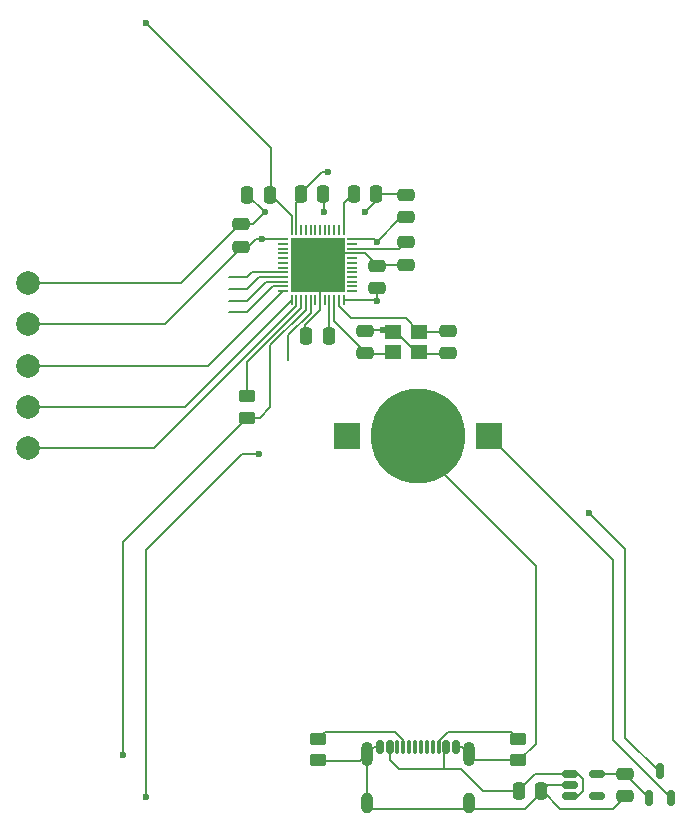
<source format=gbr>
%TF.GenerationSoftware,KiCad,Pcbnew,8.0.5-8.0.5-0~ubuntu24.04.1*%
%TF.CreationDate,2024-10-01T20:34:02+05:00*%
%TF.ProjectId,solartap_mcu_clear_60x60_g400,736f6c61-7274-4617-905f-6d63755f636c,rev?*%
%TF.SameCoordinates,Original*%
%TF.FileFunction,Copper,L1,Top*%
%TF.FilePolarity,Positive*%
%FSLAX46Y46*%
G04 Gerber Fmt 4.6, Leading zero omitted, Abs format (unit mm)*
G04 Created by KiCad (PCBNEW 8.0.5-8.0.5-0~ubuntu24.04.1) date 2024-10-01 20:34:02*
%MOMM*%
%LPD*%
G01*
G04 APERTURE LIST*
G04 Aperture macros list*
%AMRoundRect*
0 Rectangle with rounded corners*
0 $1 Rounding radius*
0 $2 $3 $4 $5 $6 $7 $8 $9 X,Y pos of 4 corners*
0 Add a 4 corners polygon primitive as box body*
4,1,4,$2,$3,$4,$5,$6,$7,$8,$9,$2,$3,0*
0 Add four circle primitives for the rounded corners*
1,1,$1+$1,$2,$3*
1,1,$1+$1,$4,$5*
1,1,$1+$1,$6,$7*
1,1,$1+$1,$8,$9*
0 Add four rect primitives between the rounded corners*
20,1,$1+$1,$2,$3,$4,$5,0*
20,1,$1+$1,$4,$5,$6,$7,0*
20,1,$1+$1,$6,$7,$8,$9,0*
20,1,$1+$1,$8,$9,$2,$3,0*%
G04 Aperture macros list end*
%TA.AperFunction,SMDPad,CuDef*%
%ADD10RoundRect,0.150000X-0.150000X-0.425000X0.150000X-0.425000X0.150000X0.425000X-0.150000X0.425000X0*%
%TD*%
%TA.AperFunction,SMDPad,CuDef*%
%ADD11RoundRect,0.075000X-0.075000X-0.500000X0.075000X-0.500000X0.075000X0.500000X-0.075000X0.500000X0*%
%TD*%
%TA.AperFunction,ComponentPad*%
%ADD12O,1.000000X2.100000*%
%TD*%
%TA.AperFunction,ComponentPad*%
%ADD13O,1.000000X1.800000*%
%TD*%
%TA.AperFunction,SMDPad,CuDef*%
%ADD14C,2.000000*%
%TD*%
%TA.AperFunction,SMDPad,CuDef*%
%ADD15RoundRect,0.250000X0.475000X-0.250000X0.475000X0.250000X-0.475000X0.250000X-0.475000X-0.250000X0*%
%TD*%
%TA.AperFunction,SMDPad,CuDef*%
%ADD16RoundRect,0.250000X-0.250000X-0.475000X0.250000X-0.475000X0.250000X0.475000X-0.250000X0.475000X0*%
%TD*%
%TA.AperFunction,SMDPad,CuDef*%
%ADD17R,2.200000X2.200000*%
%TD*%
%TA.AperFunction,SMDPad,CuDef*%
%ADD18C,8.000000*%
%TD*%
%TA.AperFunction,SMDPad,CuDef*%
%ADD19RoundRect,0.250000X-0.450000X0.262500X-0.450000X-0.262500X0.450000X-0.262500X0.450000X0.262500X0*%
%TD*%
%TA.AperFunction,SMDPad,CuDef*%
%ADD20RoundRect,0.250000X0.250000X0.475000X-0.250000X0.475000X-0.250000X-0.475000X0.250000X-0.475000X0*%
%TD*%
%TA.AperFunction,SMDPad,CuDef*%
%ADD21RoundRect,0.250000X-0.475000X0.250000X-0.475000X-0.250000X0.475000X-0.250000X0.475000X0.250000X0*%
%TD*%
%TA.AperFunction,SMDPad,CuDef*%
%ADD22RoundRect,0.050000X-0.050000X0.350000X-0.050000X-0.350000X0.050000X-0.350000X0.050000X0.350000X0*%
%TD*%
%TA.AperFunction,SMDPad,CuDef*%
%ADD23RoundRect,0.050000X-0.350000X0.050000X-0.350000X-0.050000X0.350000X-0.050000X0.350000X0.050000X0*%
%TD*%
%TA.AperFunction,HeatsinkPad*%
%ADD24R,4.600000X4.600000*%
%TD*%
%TA.AperFunction,SMDPad,CuDef*%
%ADD25R,1.400000X1.200000*%
%TD*%
%TA.AperFunction,SMDPad,CuDef*%
%ADD26RoundRect,0.250000X0.450000X-0.262500X0.450000X0.262500X-0.450000X0.262500X-0.450000X-0.262500X0*%
%TD*%
%TA.AperFunction,SMDPad,CuDef*%
%ADD27RoundRect,0.150000X-0.512500X-0.150000X0.512500X-0.150000X0.512500X0.150000X-0.512500X0.150000X0*%
%TD*%
%TA.AperFunction,SMDPad,CuDef*%
%ADD28RoundRect,0.150000X0.150000X-0.512500X0.150000X0.512500X-0.150000X0.512500X-0.150000X-0.512500X0*%
%TD*%
%TA.AperFunction,ViaPad*%
%ADD29C,0.600000*%
%TD*%
%TA.AperFunction,Conductor*%
%ADD30C,0.200000*%
%TD*%
G04 APERTURE END LIST*
D10*
%TO.P,J1,A1,GND*%
%TO.N,GND*%
X91800000Y-103820000D03*
%TO.P,J1,A4,VBUS*%
%TO.N,Net-(U2-EN)*%
X92600000Y-103820000D03*
D11*
%TO.P,J1,A5,CC1*%
%TO.N,Net-(J1-CC1)*%
X93750000Y-103820000D03*
%TO.P,J1,A6,D+*%
%TO.N,unconnected-(J1-D+-PadA6)*%
X94750000Y-103820000D03*
%TO.P,J1,A7,D-*%
%TO.N,unconnected-(J1-D--PadA7)*%
X95250000Y-103820000D03*
%TO.P,J1,A8,SBU1*%
%TO.N,unconnected-(J1-SBU1-PadA8)*%
X96250000Y-103820000D03*
D10*
%TO.P,J1,A9,VBUS*%
%TO.N,Net-(U2-EN)*%
X97400000Y-103820000D03*
%TO.P,J1,A12,GND*%
%TO.N,GND*%
X98200000Y-103820000D03*
%TO.P,J1,B1,GND*%
X98200000Y-103820000D03*
%TO.P,J1,B4,VBUS*%
%TO.N,Net-(U2-EN)*%
X97400000Y-103820000D03*
D11*
%TO.P,J1,B5,CC2*%
%TO.N,Net-(J1-CC2)*%
X96750000Y-103820000D03*
%TO.P,J1,B6,D+*%
%TO.N,unconnected-(J1-D+-PadB6)*%
X95750000Y-103820000D03*
%TO.P,J1,B7,D-*%
%TO.N,unconnected-(J1-D--PadB7)*%
X94250000Y-103820000D03*
%TO.P,J1,B8,SBU2*%
%TO.N,unconnected-(J1-SBU2-PadB8)*%
X93250000Y-103820000D03*
D10*
%TO.P,J1,B9,VBUS*%
%TO.N,Net-(U2-EN)*%
X92600000Y-103820000D03*
%TO.P,J1,B12,GND*%
%TO.N,GND*%
X91800000Y-103820000D03*
D12*
%TO.P,J1,S1,SHIELD*%
X90680000Y-104395000D03*
D13*
X90680000Y-108575000D03*
D12*
X99320000Y-104395000D03*
D13*
X99320000Y-108575000D03*
%TD*%
D14*
%TO.P,TP1,1,1*%
%TO.N,Net-(U1-SWDIO)*%
X62000000Y-78500000D03*
%TD*%
D15*
%TO.P,C5,1*%
%TO.N,+3.3V*%
X80000000Y-61450000D03*
%TO.P,C5,2*%
%TO.N,GND*%
X80000000Y-59550000D03*
%TD*%
%TO.P,C4,1*%
%TO.N,+3.3V*%
X94000000Y-58950000D03*
%TO.P,C4,2*%
%TO.N,GND*%
X94000000Y-57050000D03*
%TD*%
%TO.P,C3,1*%
%TO.N,+3.3V*%
X91500000Y-64950000D03*
%TO.P,C3,2*%
%TO.N,GND*%
X91500000Y-63050000D03*
%TD*%
D14*
%TO.P,TP2,1,1*%
%TO.N,Net-(U1-SWDCLK)*%
X62000000Y-75000000D03*
%TD*%
D16*
%TO.P,C12,1*%
%TO.N,Net-(U2-EN)*%
X103550000Y-107500000D03*
%TO.P,C12,2*%
%TO.N,GND*%
X105450000Y-107500000D03*
%TD*%
D14*
%TO.P,TP3,1,1*%
%TO.N,Net-(U1-P0.21{slash}~{RESET})*%
X62000000Y-71500000D03*
%TD*%
D17*
%TO.P,BT1,1,+*%
%TO.N,Net-(BT1-+)*%
X89000000Y-77500000D03*
X101000000Y-77500000D03*
D18*
%TO.P,BT1,2,-*%
%TO.N,GND*%
X95000000Y-77500000D03*
%TD*%
D19*
%TO.P,R1,1*%
%TO.N,Net-(U1-P0.22)*%
X80500000Y-74087500D03*
%TO.P,R1,2*%
%TO.N,Net-(D1-K)*%
X80500000Y-75912500D03*
%TD*%
D20*
%TO.P,C10,1*%
%TO.N,Net-(U1-NFC1{slash}P0.09)*%
X82450000Y-57030000D03*
%TO.P,C10,2*%
%TO.N,GND*%
X80550000Y-57030000D03*
%TD*%
D16*
%TO.P,C8,1*%
%TO.N,Net-(U1-DEC1)*%
X89550000Y-57000000D03*
%TO.P,C8,2*%
%TO.N,GND*%
X91450000Y-57000000D03*
%TD*%
D21*
%TO.P,C11,1*%
%TO.N,Net-(U2-OUT)*%
X112500000Y-106050000D03*
%TO.P,C11,2*%
%TO.N,GND*%
X112500000Y-107950000D03*
%TD*%
D22*
%TO.P,U1,1,DEC1*%
%TO.N,Net-(U1-DEC1)*%
X88700000Y-60050000D03*
%TO.P,U1,2,P0.00/XL1*%
%TO.N,unconnected-(U1-P0.00{slash}XL1-Pad2)*%
X88300000Y-60050000D03*
%TO.P,U1,3,P0.01/XL2*%
%TO.N,unconnected-(U1-P0.01{slash}XL2-Pad3)*%
X87900000Y-60050000D03*
%TO.P,U1,4,P0.02/AIN0*%
%TO.N,unconnected-(U1-P0.02{slash}AIN0-Pad4)*%
X87500000Y-60050000D03*
%TO.P,U1,5,P0.03/AIN1*%
%TO.N,unconnected-(U1-P0.03{slash}AIN1-Pad5)*%
X87100000Y-60050000D03*
%TO.P,U1,6,P0.04/AIN2*%
%TO.N,unconnected-(U1-P0.04{slash}AIN2-Pad6)*%
X86700000Y-60050000D03*
%TO.P,U1,7,P0.05/AIN3*%
%TO.N,unconnected-(U1-P0.05{slash}AIN3-Pad7)*%
X86300000Y-60050000D03*
%TO.P,U1,8,P0.06*%
%TO.N,unconnected-(U1-P0.06-Pad8)*%
X85900000Y-60050000D03*
%TO.P,U1,9,P0.07*%
%TO.N,unconnected-(U1-P0.07-Pad9)*%
X85500000Y-60050000D03*
%TO.P,U1,10,P0.08*%
%TO.N,unconnected-(U1-P0.08-Pad10)*%
X85100000Y-60050000D03*
%TO.P,U1,11,NFC1/P0.09*%
%TO.N,Net-(U1-NFC1{slash}P0.09)*%
X84700000Y-60050000D03*
%TO.P,U1,12,NFC2/P0.10*%
X84300000Y-60050000D03*
D23*
%TO.P,U1,13,VDD*%
%TO.N,+3.3V*%
X83550000Y-60800000D03*
%TO.P,U1,14,P0.11*%
%TO.N,unconnected-(U1-P0.11-Pad14)*%
X83550000Y-61200000D03*
%TO.P,U1,15,P0.12*%
%TO.N,unconnected-(U1-P0.12-Pad15)*%
X83550000Y-61600000D03*
%TO.P,U1,16,P0.13*%
%TO.N,unconnected-(U1-P0.13-Pad16)*%
X83550000Y-62000000D03*
%TO.P,U1,17,P0.14*%
%TO.N,unconnected-(U1-P0.14-Pad17)*%
X83550000Y-62400000D03*
%TO.P,U1,18,P0.15*%
%TO.N,unconnected-(U1-P0.15-Pad18)*%
X83550000Y-62800000D03*
%TO.P,U1,19,P0.16*%
%TO.N,unconnected-(U1-P0.16-Pad19)*%
X83550000Y-63200000D03*
%TO.P,U1,20,P0.17*%
%TO.N,unconnected-(U1-P0.17-Pad20)*%
X83550000Y-63600000D03*
%TO.P,U1,21,P0.18/SWO*%
%TO.N,unconnected-(U1-P0.18{slash}SWO-Pad21)*%
X83550000Y-64000000D03*
%TO.P,U1,22,P0.19*%
%TO.N,unconnected-(U1-P0.19-Pad22)*%
X83550000Y-64400000D03*
%TO.P,U1,23,P0.20*%
%TO.N,unconnected-(U1-P0.20-Pad23)*%
X83550000Y-64800000D03*
%TO.P,U1,24,P0.21/~{RESET}*%
%TO.N,Net-(U1-P0.21{slash}~{RESET})*%
X83550000Y-65200000D03*
D22*
%TO.P,U1,25,SWDCLK*%
%TO.N,Net-(U1-SWDCLK)*%
X84300000Y-65950000D03*
%TO.P,U1,26,SWDIO*%
%TO.N,Net-(U1-SWDIO)*%
X84700000Y-65950000D03*
%TO.P,U1,27,P0.22*%
%TO.N,Net-(U1-P0.22)*%
X85100000Y-65950000D03*
%TO.P,U1,28,P0.23*%
%TO.N,Net-(D1-K)*%
X85500000Y-65950000D03*
%TO.P,U1,29,P0.24*%
%TO.N,unconnected-(U1-P0.24-Pad29)*%
X85900000Y-65950000D03*
%TO.P,U1,30,ANT*%
%TO.N,unconnected-(U1-ANT-Pad30)*%
X86300000Y-65950000D03*
%TO.P,U1,31,VSS*%
%TO.N,GND*%
X86700000Y-65950000D03*
%TO.P,U1,32,DEC2*%
%TO.N,unconnected-(U1-DEC2-Pad32)*%
X87100000Y-65950000D03*
%TO.P,U1,33,DEC3*%
%TO.N,Net-(U1-DEC3)*%
X87500000Y-65950000D03*
%TO.P,U1,34,XC1*%
%TO.N,Net-(U1-XC1)*%
X87900000Y-65950000D03*
%TO.P,U1,35,XC2*%
%TO.N,Net-(U1-XC2)*%
X88300000Y-65950000D03*
%TO.P,U1,36,VDD*%
%TO.N,+3.3V*%
X88700000Y-65950000D03*
D23*
%TO.P,U1,37,P0.25*%
%TO.N,unconnected-(U1-P0.25-Pad37)*%
X89450000Y-65200000D03*
%TO.P,U1,38,P0.26*%
%TO.N,unconnected-(U1-P0.26-Pad38)*%
X89450000Y-64800000D03*
%TO.P,U1,39,P0.27*%
%TO.N,unconnected-(U1-P0.27-Pad39)*%
X89450000Y-64400000D03*
%TO.P,U1,40,P0.28/AIN4*%
%TO.N,unconnected-(U1-P0.28{slash}AIN4-Pad40)*%
X89450000Y-64000000D03*
%TO.P,U1,41,P0.29/AIN5*%
%TO.N,unconnected-(U1-P0.29{slash}AIN5-Pad41)*%
X89450000Y-63600000D03*
%TO.P,U1,42,P0.30/AIN6*%
%TO.N,unconnected-(U1-P0.30{slash}AIN6-Pad42)*%
X89450000Y-63200000D03*
%TO.P,U1,43,P0.31/AIN7*%
%TO.N,unconnected-(U1-P0.31{slash}AIN7-Pad43)*%
X89450000Y-62800000D03*
%TO.P,U1,44,NC*%
%TO.N,unconnected-(U1-NC-Pad44)*%
X89450000Y-62400000D03*
%TO.P,U1,45,VSS*%
%TO.N,GND*%
X89450000Y-62000000D03*
%TO.P,U1,46,DEC4*%
%TO.N,Net-(U1-DEC4)*%
X89450000Y-61600000D03*
%TO.P,U1,47,DCC*%
%TO.N,unconnected-(U1-DCC-Pad47)*%
X89450000Y-61200000D03*
%TO.P,U1,48,VDD*%
%TO.N,+3.3V*%
X89450000Y-60800000D03*
D24*
%TO.P,U1,49,VSS*%
%TO.N,GND*%
X86500000Y-63000000D03*
%TD*%
D14*
%TO.P,TP4,1,1*%
%TO.N,GND*%
X62000000Y-64500000D03*
%TD*%
D21*
%TO.P,C6,1*%
%TO.N,Net-(U1-DEC4)*%
X94000000Y-61050000D03*
%TO.P,C6,2*%
%TO.N,GND*%
X94000000Y-62950000D03*
%TD*%
%TO.P,C2,1*%
%TO.N,Net-(U1-XC2)*%
X97500000Y-68550000D03*
%TO.P,C2,2*%
%TO.N,GND*%
X97500000Y-70450000D03*
%TD*%
D20*
%TO.P,C7,1*%
%TO.N,Net-(U1-DEC3)*%
X87450000Y-69000000D03*
%TO.P,C7,2*%
%TO.N,GND*%
X85550000Y-69000000D03*
%TD*%
D14*
%TO.P,TP5,1,1*%
%TO.N,+3.3V*%
X62000000Y-68000000D03*
%TD*%
D25*
%TO.P,Y1,1,1*%
%TO.N,Net-(U1-XC1)*%
X92900000Y-70350000D03*
%TO.P,Y1,2,2*%
%TO.N,GND*%
X95100000Y-70350000D03*
%TO.P,Y1,3,3*%
%TO.N,Net-(U1-XC2)*%
X95100000Y-68650000D03*
%TO.P,Y1,4,4*%
%TO.N,GND*%
X92900000Y-68650000D03*
%TD*%
D26*
%TO.P,R2,1*%
%TO.N,GND*%
X86500000Y-104912500D03*
%TO.P,R2,2*%
%TO.N,Net-(J1-CC1)*%
X86500000Y-103087500D03*
%TD*%
D20*
%TO.P,C9,1*%
%TO.N,GND*%
X86950000Y-57000000D03*
%TO.P,C9,2*%
%TO.N,Net-(U1-NFC1{slash}P0.09)*%
X85050000Y-57000000D03*
%TD*%
D27*
%TO.P,U2,1,IN*%
%TO.N,Net-(U2-EN)*%
X107862500Y-106050000D03*
%TO.P,U2,2,GND*%
%TO.N,GND*%
X107862500Y-107000000D03*
%TO.P,U2,3,EN*%
%TO.N,Net-(U2-EN)*%
X107862500Y-107950000D03*
%TO.P,U2,4,NC*%
%TO.N,unconnected-(U2-NC-Pad4)*%
X110137500Y-107950000D03*
%TO.P,U2,5,OUT*%
%TO.N,Net-(U2-OUT)*%
X110137500Y-106050000D03*
%TD*%
D28*
%TO.P,D2,1,K*%
%TO.N,Net-(U2-OUT)*%
X114550000Y-108137500D03*
%TO.P,D2,2,K*%
%TO.N,Net-(BT1-+)*%
X116450000Y-108137500D03*
%TO.P,D2,3,A*%
%TO.N,+3.3V*%
X115500000Y-105862500D03*
%TD*%
D19*
%TO.P,R3,1*%
%TO.N,Net-(J1-CC2)*%
X103500000Y-103087500D03*
%TO.P,R3,2*%
%TO.N,GND*%
X103500000Y-104912500D03*
%TD*%
D15*
%TO.P,C1,1*%
%TO.N,Net-(U1-XC1)*%
X90500000Y-70450000D03*
%TO.P,C1,2*%
%TO.N,GND*%
X90500000Y-68550000D03*
%TD*%
D29*
%TO.N,+3.3V*%
X81800000Y-60800000D03*
X81500000Y-79000000D03*
X91500000Y-66000000D03*
X91500000Y-61000000D03*
X109500000Y-84000000D03*
%TO.N,GND*%
X88000000Y-61500000D03*
X93500000Y-74500000D03*
X88000000Y-64500000D03*
X87000000Y-58500000D03*
X90500000Y-58500000D03*
X92000000Y-68500000D03*
X85000000Y-61500000D03*
X82000000Y-58500000D03*
%TO.N,Net-(U1-NFC1{slash}P0.09)*%
X87400000Y-55100000D03*
X72000000Y-42500000D03*
%TO.N,Net-(D1-K)*%
X70000000Y-104500000D03*
%TO.N,+3.3V*%
X72000000Y-108000000D03*
%TD*%
D30*
%TO.N,GND*%
X90680000Y-109075000D02*
X100750000Y-109075000D01*
X100750000Y-109075000D02*
X100825000Y-109000000D01*
X100825000Y-109000000D02*
X104037500Y-109000000D01*
X104037500Y-109000000D02*
X105537500Y-107500000D01*
X99320000Y-104395000D02*
X99837500Y-104912500D01*
X99837500Y-104912500D02*
X103587500Y-104912500D01*
X103587500Y-104912500D02*
X105000000Y-103500000D01*
X105000000Y-103500000D02*
X105000000Y-88500000D01*
X105000000Y-88500000D02*
X95000000Y-78500000D01*
%TO.N,Net-(U2-EN)*%
X107862500Y-106050000D02*
X104912500Y-106050000D01*
X104912500Y-106050000D02*
X103462500Y-107500000D01*
X103462500Y-107500000D02*
X100500000Y-107500000D01*
X100500000Y-107500000D02*
X98674594Y-105674594D01*
X98674594Y-105674594D02*
X97215000Y-105674594D01*
%TO.N,GND*%
X90680000Y-104395000D02*
X90680000Y-108575000D01*
X86500000Y-105000000D02*
X90075000Y-105000000D01*
X90075000Y-105000000D02*
X90680000Y-104395000D01*
X98200000Y-103820000D02*
X98745000Y-103820000D01*
X98745000Y-103820000D02*
X99320000Y-104395000D01*
X91800000Y-103820000D02*
X91255000Y-103820000D01*
X91255000Y-103820000D02*
X90680000Y-104395000D01*
%TO.N,Net-(U2-EN)*%
X92600000Y-104320000D02*
X92600000Y-104894999D01*
X92600000Y-104894999D02*
X93379595Y-105674594D01*
X93379595Y-105674594D02*
X97215000Y-105674594D01*
X97400000Y-103820000D02*
X97215000Y-104005000D01*
X97215000Y-104005000D02*
X97215000Y-105674594D01*
%TO.N,Net-(J1-CC2)*%
X96750000Y-103820000D02*
X96750000Y-103245001D01*
X96750000Y-103245001D02*
X97495001Y-102500000D01*
X97495001Y-102500000D02*
X102912500Y-102500000D01*
X102912500Y-102500000D02*
X103500000Y-103087500D01*
%TO.N,Net-(J1-CC1)*%
X86500000Y-103087500D02*
X87087500Y-102500000D01*
X87087500Y-102500000D02*
X93037410Y-102500000D01*
X93037410Y-102500000D02*
X93750000Y-103212590D01*
X93750000Y-103212590D02*
X93750000Y-103820000D01*
%TO.N,+3.3V*%
X81500000Y-79000000D02*
X80093336Y-79000000D01*
X80093336Y-79000000D02*
X72000000Y-87093336D01*
X72000000Y-87093336D02*
X72000000Y-108000000D01*
%TO.N,Net-(D1-K)*%
X80500000Y-75912500D02*
X70000000Y-86412500D01*
X70000000Y-86412500D02*
X70000000Y-104500000D01*
X85500000Y-65950000D02*
X85500000Y-66777732D01*
X85500000Y-66777732D02*
X82500000Y-69777732D01*
X82500000Y-69777732D02*
X82500000Y-75000000D01*
X82500000Y-75000000D02*
X81587500Y-75912500D01*
X81587500Y-75912500D02*
X80500000Y-75912500D01*
%TO.N,Net-(U1-P0.22)*%
X85100000Y-65950000D02*
X85100000Y-66612046D01*
X85100000Y-66612046D02*
X80500000Y-71212046D01*
X80500000Y-71212046D02*
X80500000Y-74087500D01*
%TO.N,+3.3V*%
X81800000Y-60800000D02*
X81267500Y-60800000D01*
X91500000Y-66000000D02*
X91500000Y-65037500D01*
X93462500Y-59037500D02*
X94000000Y-59037500D01*
X62000000Y-68000000D02*
X73537500Y-68000000D01*
X115362500Y-105862500D02*
X115500000Y-105862500D01*
X73537500Y-68000000D02*
X80000000Y-61537500D01*
X91450000Y-65950000D02*
X91500000Y-66000000D01*
X81267500Y-60800000D02*
X80500000Y-61567500D01*
X112500000Y-87000000D02*
X112500000Y-103000000D01*
X91500000Y-66000000D02*
X91550000Y-65950000D01*
X81800000Y-60800000D02*
X83550000Y-60800000D01*
X91500000Y-61000000D02*
X93462500Y-59037500D01*
X91300000Y-60800000D02*
X89450000Y-60800000D01*
X91500000Y-61000000D02*
X91300000Y-60800000D01*
X109500000Y-84000000D02*
X112500000Y-87000000D01*
X88700000Y-65950000D02*
X91450000Y-65950000D01*
X112500000Y-103000000D02*
X115362500Y-105862500D01*
%TO.N,GND*%
X81007500Y-59492500D02*
X82000000Y-58500000D01*
X91537500Y-57462500D02*
X90500000Y-58500000D01*
X74962500Y-64500000D02*
X80000000Y-59462500D01*
X90500000Y-68462500D02*
X92712500Y-68462500D01*
X105537500Y-107500000D02*
X107037500Y-109000000D01*
X82000000Y-58500000D02*
X80530000Y-57030000D01*
X86700000Y-66800000D02*
X85462500Y-68037500D01*
X80530000Y-57030000D02*
X80462500Y-57030000D01*
X95537500Y-70537500D02*
X97500000Y-70537500D01*
X92900000Y-68650000D02*
X93150000Y-68650000D01*
X95350000Y-70350000D02*
X95537500Y-70537500D01*
X87500000Y-62000000D02*
X86500000Y-63000000D01*
X91537500Y-57000000D02*
X91537500Y-57462500D01*
X111537500Y-109000000D02*
X112500000Y-108037500D01*
X106037500Y-107000000D02*
X107862500Y-107000000D01*
X89450000Y-62000000D02*
X90537500Y-62000000D01*
X92712500Y-68462500D02*
X92900000Y-68650000D01*
X93150000Y-68650000D02*
X94850000Y-70350000D01*
X107037500Y-109000000D02*
X111537500Y-109000000D01*
X93962500Y-57000000D02*
X94000000Y-56962500D01*
X87000000Y-58500000D02*
X87037500Y-58462500D01*
X95100000Y-70350000D02*
X95350000Y-70350000D01*
X91500000Y-62962500D02*
X93925000Y-62962500D01*
X90537500Y-62000000D02*
X91500000Y-62962500D01*
X62000000Y-64500000D02*
X74962500Y-64500000D01*
X89450000Y-62000000D02*
X87500000Y-62000000D01*
X86700000Y-65950000D02*
X86700000Y-66800000D01*
X91537500Y-57000000D02*
X91500000Y-57000000D01*
X80500000Y-59492500D02*
X81007500Y-59492500D01*
X94850000Y-70350000D02*
X95100000Y-70350000D01*
X85462500Y-68037500D02*
X85462500Y-69000000D01*
X91500000Y-57000000D02*
X93962500Y-57000000D01*
X105537500Y-107500000D02*
X106037500Y-107000000D01*
X93925000Y-62962500D02*
X94000000Y-63037500D01*
X87037500Y-58462500D02*
X87037500Y-57030000D01*
X86700000Y-65950000D02*
X86700000Y-63200000D01*
X86700000Y-63200000D02*
X86500000Y-63000000D01*
X85537500Y-69075000D02*
X85462500Y-69000000D01*
%TO.N,Net-(U1-DEC1)*%
X88700000Y-57762500D02*
X89462500Y-57000000D01*
X88700000Y-60050000D02*
X88700000Y-57762500D01*
%TO.N,Net-(U1-DEC3)*%
X87500000Y-65950000D02*
X87500000Y-68962500D01*
X87500000Y-68962500D02*
X87537500Y-69000000D01*
%TO.N,Net-(U1-DEC4)*%
X89450000Y-61600000D02*
X93362500Y-61600000D01*
X93362500Y-61600000D02*
X94000000Y-60962500D01*
%TO.N,Net-(U1-XC1)*%
X87900000Y-65950000D02*
X87900000Y-67765256D01*
X90500000Y-70537500D02*
X92712500Y-70537500D01*
X92712500Y-70537500D02*
X92900000Y-70350000D01*
X87900000Y-67765256D02*
X90500000Y-70365256D01*
X90500000Y-70365256D02*
X90500000Y-70537500D01*
%TO.N,Net-(U1-XC2)*%
X89353640Y-67500000D02*
X93950000Y-67500000D01*
X88300000Y-66446360D02*
X89353640Y-67500000D01*
X95100000Y-68650000D02*
X97312500Y-68650000D01*
X88300000Y-65950000D02*
X88300000Y-66446360D01*
X97312500Y-68650000D02*
X97500000Y-68462500D01*
X93950000Y-67500000D02*
X95100000Y-68650000D01*
%TO.N,Net-(U1-NFC1{slash}P0.09)*%
X82537500Y-57030000D02*
X82537500Y-53037500D01*
X82537500Y-53037500D02*
X72000000Y-42500000D01*
X84300000Y-60050000D02*
X84300000Y-58792500D01*
X87400000Y-54900000D02*
X87400000Y-55100000D01*
X87400000Y-55100000D02*
X86892500Y-55100000D01*
X84700000Y-57725000D02*
X84700000Y-60050000D01*
X84962500Y-57030000D02*
X84962500Y-57462500D01*
X84962500Y-57462500D02*
X84700000Y-57725000D01*
X84300000Y-58792500D02*
X82537500Y-57030000D01*
X86892500Y-55100000D02*
X84962500Y-57030000D01*
%TO.N,Net-(J1-CC1)*%
X93750000Y-103712590D02*
X93750000Y-104320000D01*
%TO.N,Net-(J1-CC2)*%
X96750000Y-103745001D02*
X96750000Y-104320000D01*
%TO.N,Net-(U1-P0.21{slash}~{RESET})*%
X83550000Y-65200000D02*
X77250000Y-71500000D01*
X77250000Y-71500000D02*
X62000000Y-71500000D01*
%TO.N,Net-(U1-SWDCLK)*%
X75250000Y-75000000D02*
X63000000Y-75000000D01*
X84300000Y-65950000D02*
X75250000Y-75000000D01*
%TO.N,Net-(U1-SWDIO)*%
X84700000Y-66446360D02*
X72646360Y-78500000D01*
X84700000Y-65950000D02*
X84700000Y-66446360D01*
X72646360Y-78500000D02*
X62000000Y-78500000D01*
%TO.N,unconnected-(U1-P0.19-Pad22)*%
X80500000Y-66000000D02*
X79000000Y-66000000D01*
X83550000Y-64400000D02*
X82100000Y-64400000D01*
X82100000Y-64400000D02*
X80500000Y-66000000D01*
%TO.N,unconnected-(U1-P0.18{slash}SWO-Pad21)*%
X80500000Y-65000000D02*
X79000000Y-65000000D01*
X83550000Y-64000000D02*
X81500000Y-64000000D01*
X81500000Y-64000000D02*
X80500000Y-65000000D01*
%TO.N,unconnected-(U1-P0.24-Pad29)*%
X84000000Y-68934314D02*
X84000000Y-71000000D01*
X85900000Y-67034314D02*
X84000000Y-68934314D01*
X85900000Y-65950000D02*
X85900000Y-67034314D01*
%TO.N,unconnected-(U1-P0.17-Pad20)*%
X80900000Y-63600000D02*
X80500000Y-64000000D01*
X80500000Y-64000000D02*
X79000000Y-64000000D01*
X83550000Y-63600000D02*
X80900000Y-63600000D01*
%TO.N,unconnected-(U1-P0.20-Pad23)*%
X83550000Y-64800000D02*
X82700000Y-64800000D01*
X80500000Y-67000000D02*
X79000000Y-67000000D01*
X82700000Y-64800000D02*
X80500000Y-67000000D01*
%TO.N,Net-(U2-EN)*%
X109000000Y-107500000D02*
X108550000Y-107950000D01*
X108524999Y-106050000D02*
X109000000Y-106525001D01*
X109000000Y-106525001D02*
X109000000Y-107500000D01*
X108550000Y-107950000D02*
X107862500Y-107950000D01*
X107862500Y-106050000D02*
X108524999Y-106050000D01*
%TO.N,Net-(BT1-+)*%
X111500000Y-103187500D02*
X116450000Y-108137500D01*
X101000000Y-77500000D02*
X111500000Y-88000000D01*
X111500000Y-88000000D02*
X111500000Y-103187500D01*
%TO.N,Net-(U2-OUT)*%
X110137500Y-106050000D02*
X112412500Y-106050000D01*
X114550000Y-108137500D02*
X112500000Y-106087500D01*
X112412500Y-106050000D02*
X112500000Y-105962500D01*
X112500000Y-106087500D02*
X112500000Y-105962500D01*
%TD*%
M02*

</source>
